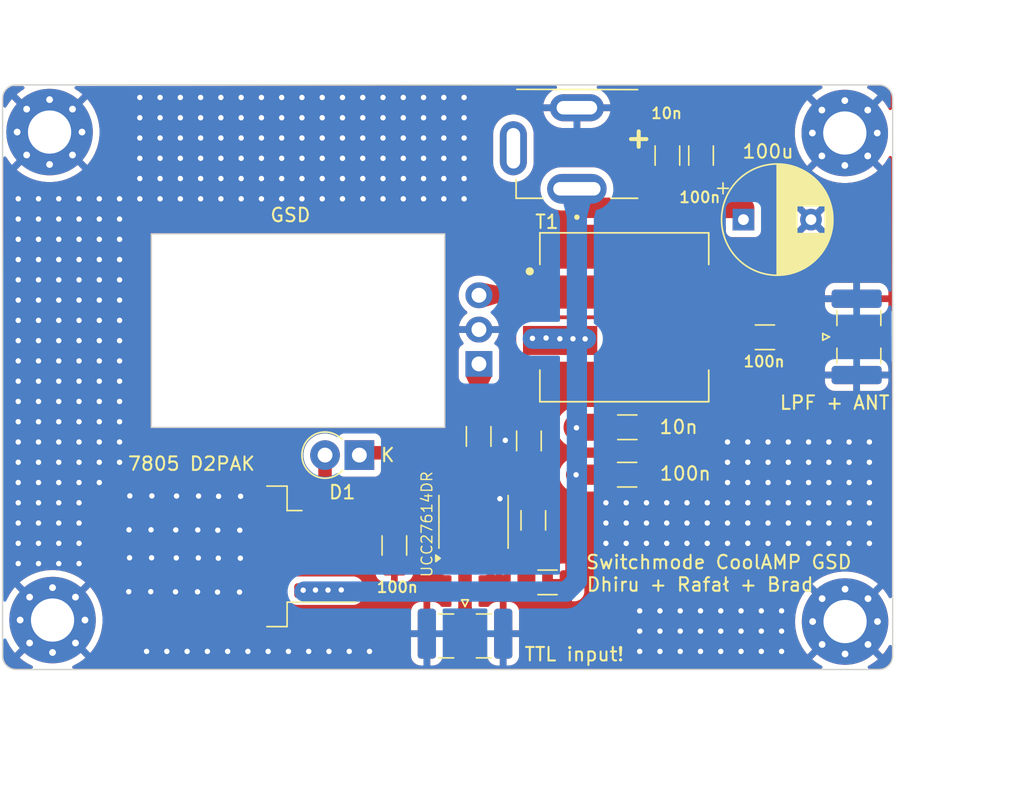
<source format=kicad_pcb>
(kicad_pcb (version 20241229) (generator "pcbnew") (generator_version "9.0")
  (layers (0 "F.Cu" signal) (2 "B.Cu" signal) (13 "F.Paste" user) (5 "F.SilkS" user "F.Silkscreen") (1 "F.Mask" user) (3 "B.Mask" user) (25 "Edge.Cuts" user))
  (net 0 "")
  (net 1 "GND")
  (net 2 "Net-(Q1-G)")
  (net 3 "/DRAIN")
  (net 4 "Net-(RF_OUT1-In)")
  (net 6 "Net-(RF_IN1-In)")
  (net 7 "Net-(C3-Pad2)")
  (net 8 "+VDC")
  (net 9 "4.5V")
  (net 10 "Net-(D1-A)")
  (net 11 "Net-(R4-Pad1)")
  (footprint "MountingHole:MountingHole_3.2mm_M3_Pad_Via" (layer "F.Cu") (at 145.04 105.68)
    (property "Reference" "H3" (hide yes))
    (property "Value" "MountingHole_Pad" (hide yes))
  )
  (footprint "Connector_Coaxial:SMA_Samtec_SMA-J-P-H-ST-EM1_EdgeMount" (layer "F.Cu") (at 204.8075 84.72)
    (property "Reference" "RF_OUT1" (hide yes))
    (property "Value" "SMA" (hide yes))
  )
  (footprint "Capacitor_SMD:C_1206_3216Metric_Pad1.33x1.80mm_HandSolder" (layer "F.Cu") (at 187.57 94.92)
    (property "Reference" "C12" (hide yes))
    (property "Value" "100n")
  )
  (footprint "footprints:XKB_DC-005-5A-2.0_Modded" (layer "F.Cu") (at 183.85 67.76 -90)
    (property "Reference" "Power1" (hide yes))
    (property "Value" "DC-005 (Barrel Jack)" (hide yes))
  )
  (footprint "MountingHole:MountingHole_3.2mm_M3_Pad_Via" (layer "F.Cu") (at 203.7 105.79)
    (property "Reference" "H4" (hide yes))
    (property "Value" "MountingHole_Pad" (hide yes))
  )
  (footprint "PCM_Diode_THT_AKL:D_DO-41_SOD81_P2.54mm_Vertical_KathodeUp" (layer "F.Cu") (at 167.748234 93.47 180)
    (property "Reference" "D1")
    (property "Value" "1N4007" (hide yes))
  )
  (footprint "Resistor_SMD:R_1206_3216Metric_Pad1.30x1.75mm_HandSolder" (layer "F.Cu") (at 176.58 92.09 90)
    (property "Reference" "R4" (hide yes))
    (property "Value" "3.3" (hide yes))
  )
  (footprint "Connector_Coaxial:SMA_Samtec_SMA-J-P-H-ST-EM1_EdgeMount" (layer "F.Cu") (at 175.57 106.94 -90)
    (property "Reference" "RF_IN1" (hide yes))
    (property "Value" "SMA" (hide yes))
  )
  (footprint "footprints:TO-220-3_Horizontal_TabDown" (layer "F.Cu") (at 176.6 86.72 90)
    (property "Reference" "Q1" (hide yes))
    (property "Value" "GSD" (hide yes))
  )
  (footprint "Capacitor_SMD:C_1206_3216Metric_Pad1.33x1.80mm_HandSolder" (layer "F.Cu") (at 180.625 98.3 90)
    (property "Reference" "C7" (hide yes))
    (property "Value" "10u" (hide yes))
  )
  (footprint "Capacitor_SMD:C_1206_3216Metric_Pad1.33x1.80mm_HandSolder" (layer "F.Cu") (at 197.7675 84.75 180)
    (property "Reference" "C3" (hide yes))
    (property "Value" "100n")
  )
  (footprint "Package_SO:SOIC-8_3.9x4.9mm_P1.27mm" (layer "F.Cu") (at 176.2 98.41 90)
    (property "Reference" "U2" (hide yes))
    (property "Value" "UCC27614DR")
  )
  (footprint "Capacitor_THT:CP_Radial_D8.0mm_P5.00mm" (layer "F.Cu") (at 196.177349 76.04)
    (property "Reference" "C6" (hide yes))
    (property "Value" "100u")
  )
  (footprint "footprints:IND_SRF1260A-4R7Y-Longer-Pads" (layer "F.Cu") (at 187.36 83.27)
    (property "Reference" "T1")
    (property "Value" "SRF1260A-4R7Y" (hide yes))
  )
  (footprint "MountingHole:MountingHole_3.2mm_M3_Pad_Via" (layer "F.Cu") (at 144.82 69.56)
    (property "Reference" "H1" (hide yes))
    (property "Value" "MountingHole_Pad" (hide yes))
  )
  (footprint "Capacitor_SMD:C_1206_3216Metric_Pad1.33x1.80mm_HandSolder" (layer "F.Cu") (at 193.04 71.3 90)
    (property "Reference" "C5" (hide yes))
    (property "Value" "100n")
  )
  (footprint "Capacitor_SMD:C_1206_3216Metric_Pad1.33x1.80mm_HandSolder" (layer "F.Cu") (at 170.34 100.16 -90)
    (property "Reference" "C8" (hide yes))
    (property "Value" "100n")
  )
  (footprint "footprints:TO-263-2-bigger" (layer "F.Cu") (at 157.575 100.965 180)
    (property "Reference" "U1" (hide yes))
    (property "Value" "7805 D2PAK")
  )
  (footprint "Capacitor_SMD:C_1206_3216Metric_Pad1.33x1.80mm_HandSolder" (layer "F.Cu") (at 190.55 71.3 90)
    (property "Reference" "C10" (hide yes))
    (property "Value" "10n")
  )
  (footprint "MountingHole:MountingHole_3.2mm_M3_Pad_Via" (layer "F.Cu") (at 203.68 69.63)
    (property "Reference" "H2" (hide yes))
    (property "Value" "MountingHole_Pad" (hide yes))
  )
  (footprint "Capacitor_SMD:C_1206_3216Metric_Pad1.33x1.80mm_HandSolder" (layer "F.Cu") (at 181.6775 102.89)
    (property "Reference" "C11" (hide yes))
    (property "Value" "100n" (hide yes))
  )
  (footprint "Resistor_SMD:R_1206_3216Metric_Pad1.30x1.75mm_HandSolder" (layer "F.Cu") (at 180.3 92.42 -90)
    (property "Reference" "R3" (hide yes))
    (property "Value" "100k" (hide yes))
  )
  (footprint "Capacitor_SMD:C_1206_3216Metric_Pad1.33x1.80mm_HandSolder" (layer "F.Cu") (at 187.5825 91.41)
    (property "Reference" "C2" (hide yes))
    (property "Value" "10n")
  )
  (gr_line (start 206.22 109.34) (end 142.34 109.34) (stroke (width 0.1)) (layer "Edge.Cuts"))
  (gr_line (start 207.22 67.07) (end 207.22 108.34) (stroke (width 0.1)) (layer "Edge.Cuts"))
  (gr_arc (start 206.22 66.07) (mid 206.927107 66.362893) (end 207.22 67.07) (stroke (width 0.1)) (layer "Edge.Cuts"))
  (gr_line (start 142.34 66.07) (end 206.22 66.07) (stroke (width 0.1)) (layer "Edge.Cuts"))
  (gr_arc (start 207.22 108.34) (mid 206.927107 109.047107) (end 206.22 109.34) (stroke (width 0.1)) (layer "Edge.Cuts"))
  (gr_arc (start 142.34 109.34) (mid 141.632893 109.047107) (end 141.34 108.34) (stroke (width 0.1)) (layer "Edge.Cuts"))
  (gr_rect (start 152.355 77.1) (end 174.065 91.42) (stroke (width 0.1)) (fill no) (layer "Edge.Cuts"))
  (gr_line (start 141.34 108.34) (end 141.34 67.07) (stroke (width 0.1)) (layer "Edge.Cuts"))
  (gr_arc (start 141.34 67.07) (mid 141.632893 66.362893) (end 142.34 66.07) (stroke (width 0.1)) (layer "Edge.Cuts"))
  (gr_text "+" (at 187.3 70.85 0) (layer "F.SilkS") (effects (font (size 1.5 1.5) (thickness 0.3) (bold yes)) (justify left bottom)))
  (gr_text "LPF + ANT" (at 198.78 90.18 0) (layer "F.SilkS") (effects (font (size 1 1)) (justify left bottom)))
  (gr_text "TTL input!" (at 179.89 108.8 0) (layer "F.SilkS") (effects (font (size 1 1)) (justify left bottom)))
  (gr_text "Dhiru + Rafał + Brad" (at 184.49 103.64 0) (layer "F.SilkS") (effects (font (size 1 1)) (justify left bottom)))
  (gr_text "GSD" (at 161.07 76.29 0) (layer "F.SilkS") (effects (font (size 1 1)) (justify left bottom)))
  (gr_text "Switchmode CoolAMP GSD" (at 184.45 101.98 0) (layer "F.SilkS") (effects (font (size 1 1)) (justify left bottom)))
  (via (at 156 70) (size 0.8) (drill 0.4) (layers "F.Cu" "B.Cu") (net 1))
  (via (at 193 105) (size 0.8) (drill 0.4) (layers "F.Cu" "B.Cu") (net 1))
  (via (at 198 97) (size 0.8) (drill 0.4) (layers "F.Cu" "B.Cu") (net 1))
  (via (at 157.5 71.5) (size 0.8) (drill 0.4) (layers "F.Cu" "B.Cu") (net 1))
  (via (at 154.5 70) (size 0.8) (drill 0.4) (layers "F.Cu" "B.Cu") (net 1))
  (via (at 154.5 73) (size 0.8) (drill 0.4) (layers "F.Cu" "B.Cu") (net 1))
  (via (at 157.5 67) (size 0.8) (drill 0.4) (layers "F.Cu" "B.Cu") (net 1))
  (via (at 162 73) (size 0.8) (drill 0.4) (layers "F.Cu" "B.Cu") (net 1))
  (via (at 168 70) (size 0.8) (drill 0.4) (layers "F.Cu" "B.Cu") (net 1))
  (via (at 151.5 73) (size 0.8) (drill 0.4) (layers "F.Cu" "B.Cu") (net 1))
  (via (at 148.5 77.5) (size 0.8) (drill 0.4) (layers "F.Cu" "B.Cu") (net 1))
  (via (at 158.94 101.1) (size 0.8) (drill 0.4) (layers "F.Cu" "B.Cu") (net 1))
  (via (at 144 82) (size 0.8) (drill 0.4) (layers "F.Cu" "B.Cu") (net 1))
  (via (at 187.5 97) (size 0.8) (drill 0.4) (layers "F.Cu" "B.Cu") (net 1))
  (via (at 153.5 108) (size 0.8) (drill 0.4) (layers "F.Cu" "B.Cu") (net 1))
  (via (at 157.27 99.03) (size 0.8) (drill 0.4) (layers "F.Cu" "B.Cu") (net 1))
  (via (at 145.5 88) (size 0.8) (drill 0.4) (layers "F.Cu" "B.Cu") (net 1))
  (via (at 150 82) (size 0.8) (drill 0.4) (layers "F.Cu" "B.Cu") (net 1))
  (via (at 150 91) (size 0.8) (drill 0.4) (layers "F.Cu" "B.Cu") (net 1))
  (via (at 142.5 97) (size 0.8) (drill 0.4) (layers "F.Cu" "B.Cu") (net 1))
  (via (at 188.5 108) (size 0.8) (drill 0.4) (layers "F.Cu" "B.Cu") (net 1))
  (via (at 153 73) (size 0.8) (drill 0.4) (layers "F.Cu" "B.Cu") (net 1))
  (via (at 150.7 99) (size 0.8) (drill 0.4) (layers "F.Cu" "B.Cu") (net 1))
  (via (at 142.5 82) (size 0.8) (drill 0.4) (layers "F.Cu" "B.Cu") (net 1))
  (via (at 157.25 103.61) (size 0.8) (drill 0.4) (layers "F.Cu" "B.Cu") (net 1))
  (via (at 166.5 73) (size 0.8) (drill 0.4) (layers "F.Cu" "B.Cu") (net 1))
  (via (at 163.5 71.5) (size 0.8) (drill 0.4) (layers "F.Cu" "B.Cu") (net 1))
  (via (at 147 91) (size 0.8) (drill 0.4) (layers "F.Cu" "B.Cu") (net 1))
  (via (at 144 83.5) (size 0.8) (drill 0.4) (layers "F.Cu" "B.Cu") (net 1))
  (via (at 150.76 96.49) (size 0.8) (drill 0.4) (layers "F.Cu" "B.Cu") (net 1))
  (via (at 190 108) (size 0.8) (drill 0.4) (layers "F.Cu" "B.Cu") (net 1))
  (via (at 202.5 94) (size 0.8) (drill 0.4) (layers "F.Cu" "B.Cu") (net 1))
  (via (at 165 70) (size 0.8) (drill 0.4) (layers "F.Cu" "B.Cu") (net 1))
  (via (at 174 73) (size 0.8) (drill 0.4) (layers "F.Cu" "B.Cu") (net 1))
  (via (at 157.5 74.5) (size 0.8) (drill 0.4) (layers "F.Cu" "B.Cu") (net 1))
  (via (at 158.9 99.03) (size 0.8) (drill 0.4) (layers "F.Cu" "B.Cu") (net 1))
  (via (at 171 68.5) (size 0.8) (drill 0.4) (layers "F.Cu" "B.Cu") (net 1))
  (via (at 144 89.5) (size 0.8) (drill 0.4) (layers "F.Cu" "B.Cu") (net 1))
  (via (at 193.5 100) (size 0.8) (drill 0.4) (layers "F.Cu" "B.Cu") (net 1))
  (via (at 164 108) (size 0.8) (drill 0.4) (layers "F.Cu" "B.Cu") (net 1))
  (via (at 162 67) (size 0.8) (drill 0.4) (layers "F.Cu" "B.Cu") (net 1))
  (via (at 148.5 88) (size 0.8) (drill 0.4) (layers "F.Cu" "B.Cu") (net 1))
  (via (at 175.5 71.5) (size 0.8) (drill 0.4) (layers "F.Cu" "B.Cu") (net 1))
  (via (at 142.5 79) (size 0.8) (drill 0.4) (layers "F.Cu" "B.Cu") (net 1))
  (via (at 198 100) (size 0.8) (drill 0.4) (layers "F.Cu" "B.Cu") (net 1))
  (via (at 145.5 86.5) (size 0.8) (drill 0.4) (layers "F.Cu" "B.Cu") (net 1))
  (via (at 165 73) (size 0.8) (drill 0.4) (layers "F.Cu" "B.Cu") (net 1))
  (via (at 147 101.5) (size 0.8) (drill 0.4) (layers "F.Cu" "B.Cu") (net 1))
  (via (at 204 98.5) (size 0.8) (drill 0.4) (layers "F.Cu" "B.Cu") (net 1))
  (via (at 148.5 76) (size 0.8) (drill 0.4) (layers "F.Cu" "B.Cu") (net 1))
  (via (at 156 67) (size 0.8) (drill 0.4) (layers "F.Cu" "B.Cu") (net 1))
  (via (at 148.5 83.5) (size 0.8) (drill 0.4) (layers "F.Cu" "B.Cu") (net 1))
  (via (at 142.5 85) (size 0.8) (drill 0.4) (layers "F.Cu" "B.Cu") (net 1))
  (via (at 145.5 101.5) (size 0.8) (drill 0.4) (layers "F.Cu" "B.Cu") (net 1))
  (via (at 154.14 103.59) (size 0.8) (drill 0.4) (layers "F.Cu" "B.Cu") (net 1))
  (via (at 171 73) (size 0.8) (drill 0.4) (layers "F.Cu" "B.Cu") (net 1))
  (via (at 154.5 68.5) (size 0.8) (drill 0.4) (layers "F.Cu" "B.Cu") (net 1))
  (via (at 165.5 108) (size 0.8) (drill 0.4) (layers "F.Cu" "B.Cu") (net 1))
  (via (at 145.5 98.5) (size 0.8) (drill 0.4) (layers "F.Cu" "B.Cu") (net 1))
  (via (at 196.5 95.5) (size 0.8) (drill 0.4) (layers "F.Cu" "B.Cu") (net 1))
  (via (at 199.5 92.5) (size 0.8) (drill 0.4) (layers "F.Cu" "B.Cu") (net 1))
  (via (at 155 108) (size 0.8) (drill 0.4) (layers "F.Cu" "B.Cu") (net 1))
  (via (at 195 92.5) (size 0.8) (drill 0.4) (layers "F.Cu" "B.Cu") (net 1))
  (via (at 160.5 68.5) (size 0.8) (drill 0.4) (layers "F.Cu" "B.Cu") (net 1))
  (via (at 162 71.5) (size 0.8) (drill 0.4) (layers "F.Cu" "B.Cu") (net 1))
  (via (at 150 92.5) (size 0.8) (drill 0.4) (layers "F.Cu" "B.Cu") (net 1))
  (via (at 196.5 98.5) (size 0.8) (drill 0.4) (layers "F.Cu" "B.Cu") (net 1))
  (via (at 166.5 67) (size 0.8) (drill 0.4) (layers "F.Cu" "B.Cu") (net 1))
  (via (at 174 67) (size 0.8) (drill 0.4) (layers "F.Cu" "B.Cu") (net 1))
  (via (at 151.5 71.5) (size 0.8) (drill 0.4) (layers "F.Cu" "B.Cu") (net 1))
  (via (at 205.5 94) (size 0.8) (drill 0.4) (layers "F.Cu" "B.Cu") (net 1))
  (via (at 199.5 97) (size 0.8) (drill 0.4) (layers "F.Cu" "B.Cu") (net 1))
  (via (at 142.5 89.5) (size 0.8) (drill 0.4) (layers "F.Cu" "B.Cu") (net 1))
  (via (at 172.5 70) (size 0.8) (drill 0.4) (layers "F.Cu" "B.Cu") (net 1))
  (via (at 199.5 98.5) (size 0.8) (drill 0.4) (layers "F.Cu" "B.Cu") (net 1))
  (via (at 153 71.5) (size 0.8) (drill 0.4) (layers "F.Cu" "B.Cu") (net 1))
  (via (at 205.5 97) (size 0.8) (drill 0.4) (layers "F.Cu" "B.Cu") (net 1))
  (via (at 159 67) (size 0.8) (drill 0.4) (layers "F.Cu" "B.Cu") (net 1))
  (via (at 162.5 108) (size 0.8) (drill 0.4) (layers "F.Cu" "B.Cu") (net 1))
  (via (at 195 94) (size 0.8) (drill 0.4) (layers "F.Cu" "B.Cu") (net 1))
  (via (at 147 95.5) (size 0.8) (drill 0.4) (layers "F.Cu" "B.Cu") (net 1))
  (via (at 155.83 101.08) (size 0.8) (drill 0.4) (layers "F.Cu" "B.Cu") (net 1))
  (via (at 196.5 100) (size 0.8) (drill 0.4) (layers "F.Cu" "B.Cu") (net 1))
  (via (at 151.5 74.5) (size 0.8) (drill 0.4) (layers "F.Cu" "B.Cu") (net 1))
  (via (at 154.5 71.5) (size 0.8) (drill 0.4) (layers "F.Cu" "B.Cu") (net 1))
  (via (at 150 86.5) (size 0.8) (drill 0.4) (layers "F.Cu" "B.Cu") (net 1))
  (via (at 169.5 70) (size 0.8) (drill 0.4) (layers "F.Cu" "B.Cu") (net 1))
  (via (at 165 71.5) (size 0.8) (drill 0.4) (layers "F.Cu" "B.Cu") (net 1))
  (via (at 168.5 108) (size 0.8) (drill 0.4) (layers "F.Cu" "B.Cu") (net 1))
  (via (at 166.5 74.5) (size 0.8) (drill 0.4) (layers "F.Cu" "B.Cu") (net 1))
  (via (at 147 82) (size 0.8) (drill 0.4) (layers "F.Cu" "B.Cu") (net 1))
  (via (at 160.5 74.5) (size 0.8) (drill 0.4) (layers "F.Cu" "B.Cu") (net 1))
  (via (at 154.16 99.01) (size 0.8) (drill 0.4) (layers "F.Cu" "B.Cu") (net 1))
  (via (at 192 98.5) (size 0.8) (drill 0.4) (layers "F.Cu" "B.Cu") (net 1))
  (via (at 175.5 70) (size 0.8) (drill 0.4) (layers "F.Cu" "B.Cu") (net 1))
  (via (at 147 89.5) (size 0.8) (drill 0.4) (layers "F.Cu" "B.Cu") (net 1))
  (via (at 145.5 97) (size 0.8) (drill 0.4) (layers "F.Cu" "B.Cu") (net 1))
  (via (at 201 97) (size 0.8) (drill 0.4) (layers "F.Cu" "B.Cu") (net 1))
  (via (at 147 98.5) (size 0.8) (drill 0.4) (layers "F.Cu" "B.Cu") (net 1))
  (via (at 168 74.5) (size 0.8) (drill 0.4) (layers "F.Cu" "B.Cu") (net 1))
  (via (at 142.5 92.5) (size 0.8) (drill 0.4) (layers "F.Cu" "B.Cu") (net 1))
  (via (at 153 68.5) (size 0.8) (drill 0.4) (layers "F.Cu" "B.Cu") (net 1))
  (via (at 192 97) (size 0.8) (drill 0.4) (layers "F.Cu" "B.Cu") (net 1))
  (via (at 191.5 108) (size 0.8) (drill 0.4) (layers "F.Cu" "B.Cu") (net 1))
  (via (at 202.5 100) (size 0.8) (drill 0.4) (layers "F.Cu" "B.Cu") (net 1))
  (via (at 159 71.5) (size 0.8) (drill 0.4) (layers "F.Cu" "B.Cu") (net 1))
  (via (at 202.5 97) (size 0.8) (drill 0.4) (layers "F.Cu" "B.Cu") (net 1))
  (via (at 159 74.5) (size 0.8) (drill 0.4) (layers "F.Cu" "B.Cu") (net 1))
  (via (at 204 100) (size 0.8) (drill 0.4) (layers "F.Cu" "B.Cu") (net 1))
  (via (at 156 74.5) (size 0.8) (drill 0.4) (layers "F.Cu" "B.Cu") (net 1))
  (via (at 144 88) (size 0.8) (drill 0.4) (layers "F.Cu" "B.Cu") (net 1))
  (via (at 174 74.5) (size 0.8) (drill 0.4) (layers "F.Cu" "B.Cu") (net 1))
  (via (at 145.5 85) (size 0.8) (drill 0.4) (layers "F.Cu" "B.Cu") (net 1))
  (via (at 142.5 86.5) (size 0.8) (drill 0.4) (layers "F.Cu" "B.Cu") (net 1))
  (via (at 187.5 100) (size 0.8) (drill 0.4) (layers "F.Cu" "B.Cu") (net 1))
  (via (at 154.5 67) (size 0.8) (drill 0.4) (layers "F.Cu" "B.Cu") (net 1))
  (via (at 201 92.5) (size 0.8) (drill 0.4) (layers "F.Cu" "B.Cu") (net 1))
  (via (at 172.5 73) (size 0.8) (drill 0.4) (layers "F.Cu" "B.Cu") (net 1))
  (via (at 174 70) (size 0.8) (drill 0.4) (layers "F.Cu" "B.Cu") (net 1))
  (via (at 145.5 94) (size 0.8) (drill 0.4) (layers "F.Cu" "B.Cu") (net 1))
  (via (at 166.5 71.5) (size 0.8) (drill 0.4) (layers "F.Cu" "B.Cu") (net 1))
  (via (at 147 86.5) (size 0.8) (drill 0.4) (layers "F.Cu" "B.Cu") (net 1))
  (via (at 175.5 73) (size 0.8) (drill 0.4) (layers "F.Cu" "B.Cu") (net 1))
  (via (at 169.5 67) (size 0.8) (drill 0.4) (layers "F.Cu" "B.Cu") (net 1))
  (via (at 194.5 108) (size 0.8) (drill 0.4) (layers "F.Cu" "B.Cu") (net 1))
  (via (at 156 71.5) (size 0.8) (drill 0.4) (layers "F.Cu" "B.Cu") (net 1))
  (via (at 169.5 71.5) (size 0.8) (drill 0.4) (layers "F.Cu" "B.Cu") (net 1))
  (via (at 171 74.5) (size 0.8) (drill 0.4) (layers "F.Cu" "B.Cu") (net 1))
  (via (at 142.5 95.5) (size 0.8) (drill 0.4) (layers "F.Cu" "B.Cu") (net 1))
  (via (at 159 68.5) (size 0.8) (drill 0.4) (layers "F.Cu" "B.Cu") (net 1))
  (via (at 198 92.5) (size 0.8) (drill 0.4) (layers "F.Cu" "B.Cu") (net 1))
  (via (at 190 105) (size 0.8) (drill 0.4) (layers "F.Cu" "B.Cu") (net 1))
  (via (at 151.5 67) (size 0.8) (drill 0.4) (layers "F.Cu" "B.Cu") (net 1))
  (via (at 190.5 98.5) (size 0.8) (drill 0.4) (layers "F.Cu" "B.Cu") (net 1))
  (via (at 171 70) (size 0.8) (drill 0.4) (layers "F.Cu" "B.Cu") (net 1))
  (via (at 153 74.5) (size 0.8) (drill 0.4) (layers "F.Cu" "B.Cu") (net 1))
  (via (at 157.33 96.52) (size 0.8) (drill 0.4) (layers "F.Cu" "B.Cu") (net 1))
  (via (at 167 108) (size 0.8) (drill 0.4) (layers "F.Cu" "B.Cu") (net 1))
  (via (at 152.37 101.07) (size 0.8) (drill 0.4) (layers "F.Cu" "B.Cu") (net 1))
  (via (at 202.5 92.5) (size 0.8) (drill 0.4) (layers "F.Cu" "B.Cu") (net 1))
  (via (at 150 77.5) (size 0.8) (drill 0.4) (layers "F.Cu" "B.Cu") (net 1))
  (via (at 148.5 94) (size 0.8) (drill 0.4) (layers "F.Cu" "B.Cu") (net 1))
  (via (at 145.5 100) (size 0.8) (drill 0.4) (layers "F.Cu" "B.Cu") (net 1))
  (via (at 160.5 71.5) (size 0.8) (drill 0.4) (layers "F.Cu" "B.Cu") (net 1))
  (via (at 162 68.5) (size 0.8) (drill 0.4) (layers "F.Cu" "B.Cu") (net 1))
  (via (at 148.5 89.5) (size 0.8) (drill 0.4) (layers "F.Cu" "B.Cu") (net 1))
  (via (at 155.85 96.5) (size 0.8) (drill 0.4) (layers "F.Cu" "B.Cu") (net 1))
  (via (at 148.5 92.5) (size 0.8) (drill 0.4) (layers "F.Cu" "B.Cu") (net 1))
  (via (at 159 70) (size 0.8) (drill 0.4) (layers "F.Cu" "B.Cu") (net 1))
  (via (at 168 67) (size 0.8) (drill 0.4) (layers "F.Cu" "B.Cu") (net 1))
  (via (at 142.5 76) (size 0.8) (drill 0.4) (layers "F.Cu" "B.Cu") (net 1))
  (via (at 145.5 92.5) (size 0.8) (drill 0.4) (layers "F.Cu" "B.Cu") (net 1))
  (via (at 188.5 106.5) (size 0.8) (drill 0.4) (layers "F.Cu" "B.Cu") (net 1))
  (via (at 199 108) (size 0.8) (drill 0.4) (layers "F.Cu" "B.Cu") (net 1))
  (via (at 205.5 95.5) (size 0.8) (drill 0.4) (layers "F.Cu" "B.Cu") (net 1))
  (via (at 158 108) (size 0.8) (drill 0.4) (layers "F.Cu" "B.Cu") (net 1))
  (via (at 156.5 108) (size 0.8) (drill 0.4) (layers "F.Cu" "B.Cu") (net 1))
  (via (at 197.5 105) (size 0.8) (drill 0.4) (layers "F.Cu" "B.Cu") (net 1))
  (via (at 190.5 100) (size 0.8) (drill 0.4) (layers "F.Cu" "B.Cu") (net 1))
  (via (at 175.5 68.5) (size 0.8) (drill 0.4) (layers "F.Cu" "B.Cu") (net 1))
  (via (at 192 100) (size 0.8) (drill 0.4) (layers "F.Cu" "B.Cu") (net 1))
  (via (at 195 100) (size 0.8) (drill 0.4) (layers "F.Cu" "B.Cu") (net 1))
  (via (at 147 94) (size 0.8) (drill 0.4) (layers "F.Cu" "B.Cu") (net 1))
  (via (at 196 106.5) (size 0.8) (drill 0.4) (layers "F.Cu" "B.Cu") (net 1))
  (via (at 172.5 71.5) (size 0.8) (drill 0.4) (layers "F.Cu" "B.Cu") (net 1))
  (via (at 159 73) (size 0.8) (drill 0.4) (layers "F.Cu" "B.Cu") (net 1))
  (via (at 160.5 73) (size 0.8) (drill 0.4) (layers "F.Cu" "B.Cu") (net 1))
  (via (at 196 105) (size 0.8) (drill 0.4) (layers "F.Cu" "B.Cu") (net 1))
  (via (at 144 74.5) (size 0.8) (drill 0.4) (layers "F.Cu" "B.Cu") (net 1))
  (via (at 150 85) (size 0.8) (drill 0.4) (layers "F.Cu" "B.Cu") (net 1))
  (via (at 144 79) (size 0.8) (drill 0.4) (layers "F.Cu" "B.Cu") (net 1))
  (via (at 175.5 67) (size 0.8) (drill 0.4) (layers "F.Cu" "B.Cu") (net 1))
  (via (at 145.5 79) (size 0.8) (drill 0.4) (layers "F.Cu" "B.Cu") (net 1))
  (via (at 193 108) (size 0.8) (drill 0.4) (layers "F.Cu" "B.Cu") (net 1))
  (via (at 199 105) (size 0.8) (drill 0.4) (layers "F.Cu" "B.Cu") (net 1))
  (via (at 147 74.5) (size 0.8) (drill 0.4) (layers "F.Cu" "B.Cu") (net 1))
  (via (at 204 97) (size 0.8) (drill 0.4) (layers "F.Cu" "B.Cu") (net 1))
  (via (at 194.5 106.5) (size 0.8) (drill 0.4) (layers "F.Cu" "B.Cu") (net 1))
  (via (at 148.5 85) (size 0.8) (drill 0.4) (layers "F.Cu" "B.Cu") (net 1))
  (via (at 196.5 94) (size 0.8) (drill 0.4) (layers "F.Cu" "B.Cu") (net 1))
  (via (at 150.68 103.58) (size 0.8) (drill 0.4) (layers "F.Cu" "B.Cu") (net 1))
  (via (at 186 98.5) (size 0.8) (drill 0.4) (layers "F.Cu" "B.Cu") (net 1))
  (via (at 160.5 67) (size 0.8) (drill 0.4) (layers "F.Cu" "B.Cu") (net 1))
  (via (at 157.5 70) (size 0.8) (drill 0.4) (layers "F.Cu" "B.Cu") (net 1))
  (via (at 172.5 74.5) (size 0.8) (drill 0.4) (layers "F.Cu" "B.Cu") (net 1))
  (via (at 148.5 74.5) (size 0.8) (drill 0.4) (layers "F.Cu" "B.Cu") (net 1))
  (via (at 144 100) (size 0.8) (drill 0.4) (layers "F.Cu" "B.Cu") (net 1))
  (via (at 191.5 106.5) (size 0.8) (drill 0.4) (layers "F.Cu" "B.Cu") (net 1))
  (via (at 150 74.5) (size 0.8) (drill 0.4) (layers "F.Cu" "B.Cu") (net 1))
  (via (at 142.5 91) (size 0.8) (drill 0.4) (layers "F.Cu" "B.Cu") (net 1))
  (via (at 142.5 101.5) (size 0.8) (drill 0.4) (layers "F.Cu" "B.Cu") (net 1))
  (via (at 147 97) (size 0.8) (drill 0.4) (layers "F.Cu" "B.Cu") (net 1))
  (via (at 165 67) (size 0.8) (drill 0.4) (layers "F.Cu" "B.Cu") (net 1))
  (via (at 142.5 100) (size 0.8) (drill 0.4) (layers "F.Cu" "B.Cu") (net 1))
  (via (at 144 86.5) (size 0.8) (drill 0.4) (layers "F.Cu" "B.Cu") (net 1))
  (via (at 144 94) (size 0.8) (drill 0.4) (layers "F.Cu" "B.Cu") (net 1))
  (via (at 162 74.5) (size 0.8) (drill 0.4) (layers "F.Cu" "B.Cu") (net 1))
  (via (at 162 70) (size 0.8) (drill 0.4) (layers "F.Cu" "B.Cu") (net 1))
  (via (at 142.5 88) (size 0.8) (drill 0.4) (layers "F.Cu" "B.Cu") (net 1))
  (via (at 204 94) (size 0.8) (drill 0.4) (layers "F.Cu" "B.Cu") (net 1))
  (via (at 191.5 105) (size 0.8) (drill 0.4) (layers "F.Cu" "B.Cu") (net 1))
  (via (at 150 89.5) (size 0.8) (drill 0.4) (layers "F.Cu" "B.Cu") (net 1))
  (via (at 174 68.5) (size 0.8) (drill 0.4) (layers "F.Cu" "B.Cu") (net 1))
  (via (at 152.33 99) (size 0.8) (drill 0.4) (layers "F.Cu" "B.Cu") (net 1))
  (via (at 199.5 95.5) (size 0.8) (drill 0.4) (layers "F.Cu" "B.Cu") (net 1))
  (via (at 168 71.5) (size 0.8) (drill 0.4) (layers "F.Cu" "B.Cu") (net 1))
  (via (at 147 79) (size 0.8) (drill 0.4) (layers "F.Cu" "B.Cu") (net 1))
  (via (at 147 85) (size 0.8) (drill 0.4) (layers "F.Cu" "B.Cu") (net 1))
  (via (at 144 91) (size 0.8) (drill 0.4) (layers "F.Cu" "B.Cu") (net 1))
  (via (at 152.31 103.58) (size 0.8) (drill 0.4) (layers "F.Cu" "B.Cu") (net 1))
  (via (at 147 88) (size 0.8) (drill 0.4) (layers "F.Cu" "B.Cu") (net 1))
  (via (at 142.5 83.5) (size 0.8) (drill 0.4) (layers "F.Cu" "B.Cu") (net 1))
  (via (at 166.5 68.5) (size 0.8) (drill 0.4) (layers "F.Cu" "B.Cu") (net 1))
  (via (at 142.5 80.5) (size 0.8) (drill 0.4) (layers "F.Cu" "B.Cu") (net 1))
  (via (at 148.5 86.5) (size 0.8) (drill 0.4) (layers "F.Cu" "B.Cu") (net 1))
  (via (at 150 76) (size 0.8) (drill 0.4) (layers "F.Cu" "B.Cu") (net 1))
  (via (at 168 68.5) (size 0.8) (drill 0.4) (layers "F.Cu" "B.Cu") (net 1))
  (via (at 156 73) (size 0.8) (drill 0.4) (layers "F.Cu" "B.Cu") (net 1))
  (via (at 178.55 92.375) (size 0.8) (drill 0.4) (layers "F.Cu" "B.Cu") (net 1))
  (via (at 195 98.5) (size 0.8) (drill 0.4) (layers "F.Cu" "B.Cu") (net 1))
  (via (at 169.5 68.5) (size 0.8) (drill 0.4) (layers "F.Cu" "B.Cu") (net 1))
  (via (at 150 80.5) (size 0.8) (drill 0.4) (layers "F.Cu" "B.Cu") (net 1))
  (via (at 142.5 77.5) (size 0.8) (drill 0.4) (layers "F.Cu" "B.Cu") (net 1))
  (via (at 201 94) (size 0.8) (drill 0.4) (layers "F.Cu" "B.Cu") (net 1))
  (via (at 148.5 82) (size 0.8) (drill 0.4) (layers "F.Cu" "B.Cu") (net 1))
  (via (at 157.5 68.5) (size 0.8) (drill 0.4) (layers "F.Cu" "B.Cu") (net 1))
  (via (at 186 100) (size 0.8) (drill 0.4) (layers "F.Cu" "B.Cu") (net 1))
  (via (at 148.5 79) (size 0.8) (drill 0.4) (layers "F.Cu" "B.Cu") (net 1))
  (via (at 186 97) (size 0.8) (drill 0.4) (layers "F.Cu" "B.Cu") (net 1))
  (via (at 147 100) (size 0.8) (drill 0.4) (layers "F.Cu" "B.Cu") (net 1))
  (via (at 171 71.5) (size 0.8) (drill 0.4) (layers "F.Cu" "B.Cu") (net 1))
  (via (at 196 108) (size 0.8) (drill 0.4) (layers "F.Cu" "B.Cu") (net 1))
  (via (at 142.5 94) (size 0.8) (drill 0.4) (layers "F.Cu" "B.Cu") (net 1))
  (via (at 155.79 99.01) (size 0.8) (drill 0.4) (layers "F.Cu" "B.Cu") (net 1))
  (via (at 197.5 106.5) (size 0.8) (drill 0.4) (layers "F.Cu" "B.Cu") (net 1))
  (via (at 189 97) (size 0.8) (drill 0.4) (layers "F.Cu" "B.Cu") (net 1))
  (via (at 163.5 74.5) (size 0.8) (drill 0.4) (layers "F.Cu" "B.Cu") (net 1))
  (via (at 147 83.5) (size 0.8) (drill 0.4) (layers "F.Cu" "B.Cu") (net 1))
  (via (at 158.96 96.52) (size 0.8) (drill 0.4) (layers "F.Cu" "B.Cu") (net 1))
  (via (at 195 97) (size 0.8) (drill 0.4) (layers "F.Cu" "B.Cu") (net 1))
  (via (at 147 80.5) (size 0.8) (drill 0.4) (layers "F.Cu" "B.Cu") (net 1))
  (via (at 158.88 103.61) (size 0.8) (drill 0.4) (layers "F.Cu" "B.Cu") (net 1))
  (via (at 151.5 70) (size 0.8) (drill 0.4) (layers "F.Cu" "B.Cu") (net 1))
  (via (at 153 67) (size 0.8) (drill 0.4) (layers "F.Cu" "B.Cu") (net 1))
  (via (at 154.5 74.5) (size 0.8) (drill 0.4) (layers "F.Cu" "B.Cu") (net 1))
  (via (at 163.5 67) (size 0.8) (drill 0.4) (layers "F.Cu" "B.Cu") (net 1))
  (via (at 198 94) (size 0.8) (drill 0.4) (layers "F.Cu" "B.Cu") (net 1))
  (via (at 205.5 98.5) (size 0.8) (drill 0.4) (layers "F.Cu" "B.Cu") (net 1))
  (via (at 144 77.5) (size 0.8) (drill 0.4) (layers "F.Cu" "B.Cu") (net 1))
  (via (at 193.5 98.5) (size 0.8) (drill 0.4) (layers "F.Cu" "B.Cu") (net 1))
  (via (at 142.5 74.5) (size 0.8) (drill 0.4) (layers "F.Cu" "B.Cu") (net 1))
  (via (at 193.5 97) (size 0.8) (drill 0.4) (layers "F.Cu" "B.Cu") (net 1))
  (via (at 202.5 98.5) (size 0.8) (drill 0.4) (layers "F.Cu" "B.Cu") (net 1))
  (via (at 204 92.5) (size 0.8) (drill 0.4) (layers "F.Cu" "B.Cu") (net 1))
  (via (at 198 98.5) (size 0.8) (drill 0.4) (layers "F.Cu" "B.Cu") (net 1))
  (via (at 204 95.5) (size 0.8) (drill 0.4) (layers "F.Cu" "B.Cu") (net 1))
  (via (at 161 108) (size 0.8) (drill 0.4) (layers "F.Cu" "B.Cu") (net 1))
  (via (at 145.5 91) (size 0.8) (drill 0.4) (layers "F.Cu" "B.Cu") (net 1))
  (via (at 160.5 70) (size 0.8) (drill 0.4) (layers "F.Cu" "B.Cu") (net 1))
  (via (at 187.5 98.5) (size 0.8) (drill 0.4) (layers "F.Cu" "B.Cu") (net 1))
  (via (at 166.5 70) (size 0.8) (drill 0.4) (layers "F.Cu" "B.Cu") (net 1))
  (via (at 144 98.5) (size 0.8) (drill 0.4) (layers "F.Cu" "B.Cu") (net 1))
  (via (at 145.5 82) (size 0.8) (drill 0.4) (layers "F.Cu" "B.Cu") (net 1))
  (via (at 150 79) (size 0.8) (drill 0.4) (layers "F.Cu" "B.Cu") (net 1))
  (via (at 174 71.5) (size 0.8) (drill 0.4) (layers "F.Cu" "B.Cu") (net 1))
  (via (at 189 100) (size 0.8) (drill 0.4) (layers "F.Cu" "B.Cu") (net 1))
  (via (at 148.5 91) (size 0.8) (drill 0.4) (layers "F.Cu" "B.Cu") (net 1))
  (via (at 150 88) (size 0.8) (drill 0.4) (layers "F.Cu" "B.Cu") (net 1))
  (via (at 150.74 101.07) (size 0.8) (drill 0.4) (layers "F.Cu" "B.Cu") (net 1))
  (via (at 202.5 95.5) (size 0.8) (drill 0.4) (layers "F.Cu" "B.Cu") (net 1))
  (via (at 196.5 92.5) (size 0.8) (drill 0.4) (layers "F.Cu" "B.Cu") (net 1))
  (via (at 152 108) (size 0.8) (drill 0.4) (layers "F.Cu" "B.Cu") (net 1))
  (via (at 194.5 105) (size 0.8) (drill 0.4) (layers "F.Cu" "B.Cu") (net 1))
  (via (at 199.5 94) (size 0.8) (drill 0.4) (layers "F.Cu" "B.Cu") (net 1))
  (via (at 197.5 108) (size 0.8) (drill 0.4) (layers "F.Cu" "B.Cu") (net 1))
  (via (at 148.5 95.5) (size 0.8) (drill 0.4) (layers "F.Cu" "B.Cu") (net 1))
  (via (at 168 73) (size 0.8) (drill 0.4) (layers "F.Cu" "B.Cu") (net 1))
  (via (at 157.5 73) (size 0.8) (drill 0.4) (layers "F.Cu" "B.Cu") (net 1))
  (via (at 163.5 73) (size 0.8) (drill 0.4) (layers "F.Cu" "B.Cu") (net 1))
  (via (at 144 76) (size 0.8) (drill 0.4) (layers "F.Cu" "B.Cu") (net 1))
  (via (at 142.5 98.5) (size 0.8) (drill 0.4) (layers "F.Cu" "B.Cu") (net 1))
  (via (at 147 92.5) (size 0.8) (drill 0.4) (layers "F.Cu" "B.Cu") (net 1))
  (via (at 154.22 96.5) (size 0.8) (drill 0.4) (layers "F.Cu" "B.Cu") (net 1))
  (via (at 144 97) (size 0.8) (drill 0.4) (layers "F.Cu" "B.Cu") (net 1))
  (via (at 163.5 70) (size 0.8) (drill 0.4) (layers "F.Cu" "B.Cu") (net 1))
  (via (at 151.5 68.5) (size 0.8) (drill 0.4) (layers "F.Cu" "B.Cu") (net 1))
  (via (at 155.77 103.59) (size 0.8) (drill 0.4) (layers "F.Cu" "B.Cu") (net 1))
  (via (at 145.5 77.5) (size 0.8) (drill 0.4) (layers "F.Cu" "B.Cu") (net 1))
  (via (at 145.5 80.5) (size 0.8) (drill 0.4) (layers "F.Cu" "B.Cu") (net 1))
  (via (at 157.31 101.1) (size 0.8) (drill 0.4) (layers "F.Cu" "B.Cu") (net 1))
  (via (at 145.5 89.5) (size 0.8) (drill 0.4) (layers "F.Cu" "B.Cu") (net 1))
  (via (at 165 68.5) (size 0.8) (drill 0.4) (layers "F.Cu" "B.Cu") (net 1))
  (via (at 153 70) (size 0.8) (drill 0.4) (layers "F.Cu" "B.Cu") (net 1))
  (via (at 190.5 97) (size 0.8) (drill 0.4) (layers "F.Cu" "B.Cu") (net 1))
  (via (at 144 85) (size 0.8) (drill 0.4) (layers "F.Cu" "B.Cu") (net 1))
  (via (at 201 98.5) (size 0.8) (drill 0.4) (layers "F.Cu" "B.Cu") (net 1))
  (via (at 198 95.5) (size 0.8) (drill 0.4) (layers "F.Cu" "B.Cu") (net 1))
  (via (at 188.5 105) (size 0.8) (drill 0.4) (layers "F.Cu" "B.Cu") (net 1))
  (via (at 156 68.5) (size 0.8) (drill 0.4) (layers "F.Cu" "B.Cu") (net 1))
  (via (at 145.5 95.5) (size 0.8) (drill 0.4) (layers "F.Cu" "B.Cu") (net 1))
  (via (at 147 76) (size 0.8) (drill 0.4) (layers "F.Cu" "B.Cu") (net 1))
  (via (at 201 95.5) (size 0.8) (drill 0.4) (layers "F.Cu" "B.Cu") (net 1))
  (via (at 190 106.5) (size 0.8) (drill 0.4) (layers "F.Cu" "B.Cu") (net 1))
  (via (at 205.5 92.5) (size 0.8) (drill 0.4) (layers "F.Cu" "B.Cu") (net 1))
  (via (at 193 106.5) (size 0.8) (drill 0.4) (layers "F.Cu" "B.Cu") (net 1))
  (via (at 145.5 83.5) (size 0.8) (drill 0.4) (layers "F.Cu" "B.Cu") (net 1))
  (via (at 171 67) (size 0.8) (drill 0.4) (layers "F.Cu" "B.Cu") (net 1))
  (via (at 147 77.5) (size 0.8) (drill 0.4) (layers "F.Cu" "B.Cu") (net 1))
  (via (at 144 95.5) (size 0.8) (drill 0.4) (layers "F.Cu" "B.Cu") (net 1))
  (via (at 144 92.5) (size 0.8) (drill 0.4) (layers "F.Cu" "B.Cu") (net 1))
  (via (at 152.39 96.49) (size 0.8) (drill 0.4) (layers "F.Cu" "B.Cu") (net 1))
  (via (at 172.5 68.5) (size 0.8) (drill 0.4) (layers "F.Cu" "B.Cu") (net 1))
  (via (at 145.5 76) (size 0.8) (drill 0.4) (layers "F.Cu" "B.Cu") (net 1))
  (via (at 150 94) (size 0.8) (drill 0.4) (layers "F.Cu" "B.Cu") (net 1))
  (via (at 163.5 68.5) (size 0.8) (drill 0.4) (layers "F.Cu" "B.Cu") (net 1))
  (via (at 169.5 73) (size 0.8) (drill 0.4) (layers "F.Cu" "B.Cu") (net 1))
  (via (at 145.5 74.5) (size 0.8) (drill 0.4) (layers "F.Cu" "B.Cu") (net 1))
  (via (at 150 83.5) (size 0.8) (drill 0.4) (layers "F.Cu" "B.Cu") (net 1))
  (via (at 205.5 100) (size 0.8) (drill 0.4) (layers "F.Cu" "B.Cu") (net 1))
  (via (at 165 74.5) (size 0.8) (drill 0.4) (layers "F.Cu" "B.Cu") (net 1))
  (via (at 196.5 97) (size 0.8) (drill 0.4) (layers "F.Cu" "B.Cu") (net 1))
  (via (at 159.5 108) (size 0.8) (drill 0.4) (layers "F.Cu" "B.Cu") (net 1))
  (via (at 201 100) (size 0.8) (drill 0.4) (layers "F.Cu" "B.Cu") (net 1))
  (via (at 189 98.5) (size 0.8) (drill 0.4) (layers "F.Cu" "B.Cu") (net 1))
  (via (at 178.15 96.7) (size 0.8) (drill 0.4) (layers "F.Cu" "B.Cu") (net 1))
  (via (at 199.5 100) (size 0.8) (drill 0.4) (layers "F.Cu" "B.Cu") (net 1))
  (via (at 154.2 101.08) (size 0.8) (drill 0.4) (layers "F.Cu" "B.Cu") (net 1))
  (via (at 169.5 74.5) (size 0.8) (drill 0.4) (layers "F.Cu" "B.Cu") (net 1))
  (via (at 195 95.5) (size 0.8) (drill 0.4) (layers "F.Cu" "B.Cu") (net 1))
  (via (at 175.5 74.5) (size 0.8) (drill 0.4) (layers "F.Cu" "B.Cu") (net 1))
  (via (at 172.5 67) (size 0.8) (drill 0.4) (layers "F.Cu" "B.Cu") (net 1))
  (via (at 148.5 80.5) (size 0.8) (drill 0.4) (layers "F.Cu" "B.Cu") (net 1))
  (via (at 199 106.5) (size 0.8) (drill 0.4) (layers "F.Cu" "B.Cu") (net 1))
  (via (at 144 101.5) (size 0.8) (drill 0.4) (layers "F.Cu" "B.Cu") (net 1))
  (via (at 144 80.5) (size 0.8) (drill 0.4) (layers "F.Cu" "B.Cu") (net 1))
  (segment (start 178.15 92.775) (end 178.55 92.375) (width 0.75) (layer "B.Cu") (net 1))
  (segment (start 178.15 96.7) (end 178.15 92.775) (width 0.75) (layer "B.Cu") (net 1))
  (segment (start 179.97 90.54) (end 180.3 90.87) (width 1) (layer "F.Cu") (net 2))
  (segment (start 176.58 90.54) (end 176.58 86.74) (width 1) (layer "F.Cu") (net 2))
  (segment (start 176.58 90.54) (end 179.97 90.54) (width 1) (layer "F.Cu") (net 2))
  (segment (start 182.455 81.27) (end 182.46 81.275) (width 2.2) (layer "F.Cu") (net 3))
  (segment (start 182.61 81.555) (end 176.685 81.555) (width 1) (layer "F.Cu") (net 3))
  (segment (start 182.46 81.275) (end 191.96 81.275) (width 2.2) (layer "F.Cu") (net 3))
  (segment (start 199.33 84.75) (end 204.9775 84.75) (width 2.2) (layer "F.Cu") (net 4))
  (segment (start 175.57 106.94) (end 175.57 100.89) (width 1) (layer "F.Cu") (net 6))
  (segment (start 175.57 100.89) (end 175.565 100.885) (width 1) (layer "F.Cu") (net 6))
  (segment (start 192.11 84.685) (end 196.14 84.685) (width 2.2) (layer "F.Cu") (net 7))
  (segment (start 186.02 91.41) (end 183.86 91.41) (width 2) (layer "F.Cu") (net 8))
  (segment (start 183.8 94.92) (end 183.79 94.93) (width 1.5) (layer "F.Cu") (net 8))
  (segment (start 186.12 75.18) (end 196.23 75.18) (width 1.5) (layer "F.Cu") (net 8))
  (segment (start 196.23 75.18) (end 196.23 75.987349) (width 1.5) (layer "F.Cu") (net 8))
  (segment (start 186.11 75.17) (end 186.12 75.18) (width 1.5) (layer "F.Cu") (net 8))
  (segment (start 190.55 72.8625) (end 190.55 75.15) (width 1.5) (layer "F.Cu") (net 8))
  (segment (start 186.11 75.17) (end 185.26 75.17) (width 1.5) (layer "F.Cu") (net 8))
  (segment (start 185.26 75.17) (end 183.85 73.76) (width 1.5) (layer "F.Cu") (net 8))
  (segment (start 193.04 72.8625) (end 193.04 75.14) (width 1.5) (layer "F.Cu") (net 8))
  (segment (start 193.04 75.14) (end 193.07 75.17) (width 1.5) (layer "F.Cu") (net 8))
  (segment (start 186.0075 94.92) (end 183.8 94.92) (width 1.5) (layer "F.Cu") (net 8))
  (segment (start 184.65 75.17) (end 195.33 75.17) (width 1.5) (layer "F.Cu") (net 8))
  (segment (start 194.04 75.17) (end 194.05 75.18) (width 1.5) (layer "F.Cu") (net 8))
  (segment (start 190.55 75.15) (end 190.57 75.17) (width 1.5) (layer "F.Cu") (net 8))
  (segment (start 184.65 75.17) (end 183.85 74.37) (width 1.5) (layer "F.Cu") (net 8))
  (via (at 166.41 103.45) (size 0.8) (drill 0.4) (layers "F.Cu" "B.Cu") (net 8))
  (via (at 165.43 103.46) (size 0.8) (drill 0.4) (layers "F.Cu" "B.Cu") (net 8))
  (via (at 181.57 84.8) (size 0.8) (drill 0.4) (layers "F.Cu" "B.Cu") (net 8))
  (via (at 184.46 84.87) (size 0.8) (drill 0.4) (layers "F.Cu" "B.Cu") (net 8))
  (via (at 183.82 91.45) (size 0.8) (drill 0.4) (layers "F.Cu" "B.Cu") (net 8))
  (via (at 183.79 94.93) (size 0.8) (drill 0.4) (layers "F.Cu" "B.Cu") (net 8))
  (via (at 182.59 84.86) (size 0.8) (drill 0.4) (layers "F.Cu" "B.Cu") (net 8))
  (via (at 183.56 84.86) (size 0.8) (drill 0.4) (layers "F.Cu" "B.Cu") (net 8))
  (via (at 163.59 103.47) (size 0.8) (drill 0.4) (layers "F.Cu" "B.Cu") (net 8))
  (via (at 180.56 84.83) (size 0.8) (drill 0.4) (layers "F.Cu" "B.Cu") (net 8))
  (via (at 164.5 103.46) (size 0.8) (drill 0.4) (layers "F.Cu" "B.Cu") (net 8))
  (segment (start 183.85 73.76) (end 183.85 102.79) (width 1.5) (layer "B.Cu") (net 8))
  (segment (start 183.85 102.79) (end 183.07 103.57) (width 1.5) (layer "B.Cu") (net 8))
  (segment (start 180.59 84.86) (end 184.52 84.86) (width 1.5) (layer "B.Cu") (net 8))
  (segment (start 183.07 103.57) (end 163.69 103.57) (width 1.5) (layer "B.Cu") (net 8))
  (segment (start 174.295 99.07) (end 174.295 98.76) (width 0.25) (layer "F.Cu") (net 9))
  (segment (start 174.315 99.09) (end 174.295 99.07) (width 0.25) (layer "F.Cu") (net 9))
  (segment (start 173.62 93.3) (end 167.748234 93.3) (width 1) (layer "F.Cu") (net 9))
  (segment (start 180.115 102.89) (end 180.115 100.3725) (width 0.25) (layer "F.Cu") (net 9))
  (segment (start 174.295 100.885) (end 174.295 98.76) (width 0.25) (layer "F.Cu") (net 9))
  (segment (start 179.8525 99.09) (end 180.625 99.8625) (width 0.25) (layer "F.Cu") (net 9))
  (segment (start 176.7 99.09) (end 176.14 99.09) (width 0.25) (layer "F.Cu") (net 9))
  (segment (start 174.295 95.935) (end 174.295 93.975) (width 1) (layer "F.Cu") (net 9))
  (segment (start 176.835 100.885) (end 176.835 99.225) (width 0.25) (layer "F.Cu") (net 9))
  (segment (start 176.14 99.09) (end 179.8525 99.09) (width 0.25) (layer "F.Cu") (net 9))
  (segment (start 176.14 99.09) (end 174.315 99.09) (width 0.25) (layer "F.Cu") (net 9))
  (segment (start 174.295 93.975) (end 173.62 93.3) (width 1) (layer "F.Cu") (net 9))
  (segment (start 174.295 98.76) (end 174.295 95.935) (width 0.25) (layer "F.Cu") (net 9))
  (segment (start 176.835 99.225) (end 176.7 99.09) (width 0.25) (layer "F.Cu") (net 9))
  (segment (start 170.1675 98.425) (end 170.34 98.5975) (width 1) (layer "F.Cu") (net 10))
  (segment (start 165.225 98.425) (end 170.1675 98.425) (width 1) (layer "F.Cu") (net 10))
  (segment (start 165.208234 98.408234) (end 165.208234 93.47) (width 1) (layer "F.Cu") (net 10))
  (segment (start 176.58 95.68) (end 176.835 95.935) (width 1) (layer "F.Cu") (net 11))
  (segment (start 176.58 93.64) (end 176.58 95.68) (width 1) (layer "F.Cu") (net 11))
  (segment (start 175.565 95.935) (end 176.835 95.935) (width 1) (layer "F.Cu") (net 11))
  (zone (net 1) (net_name "GND") (layer "F.Cu") (connect_pads (clearance 0.5)) (min_thickness 0.25) (fill yes (thermal_gap 0.5) (thermal_bridge_width 0.5))
    (polygon (pts (xy 207.32 109.286) (xy 141.506426 109.349919) (xy 141.357859 66.160579) (xy 207.171433 66.09666)))
  )
  (zone (net 0) (net_name "") (layer "F.Cu") (connect_pads (clearance 0)) (min_thickness 0.25)
    (keepout (tracks allowed) (vias allowed) (pads allowed) (copperpour not_allowed) (footprints allowed))
    (fill (thermal_gap 0.5) (thermal_bridge_width 0.5))
    (polygon (pts (xy 205.04 82.89) (xy 207.5 82.89) (xy 207.5 86.5) (xy 205.04 86.5)))
  )
  (zone (net 0) (net_name "") (layer "F.Cu") (connect_pads (clearance 0)) (min_thickness 0.25)
    (keepout (tracks allowed) (vias allowed) (pads allowed) (copperpour not_allowed) (footprints allowed))
    (fill (thermal_gap 0.5) (thermal_bridge_width 0.5))
    (polygon (pts (xy 173.485 104.705) (xy 177.445 104.705) (xy 177.445 108.315) (xy 173.485 108.315)))
  )
  (zone (net 1) (net_name "GND") (layer "B.Cu") (connect_pads (clearance 0.5)) (min_thickness 0.25) (fill yes (thermal_gap 0.5) (thermal_bridge_width 0.5) (island_removal_mode 1) (island_area_min 10))
    (polygon (pts (xy 207.234251 109.335824) (xy 141.304407 109.397009) (xy 141.150408 66.161902) (xy 207.080252 66.091127)))
  )
)
</source>
